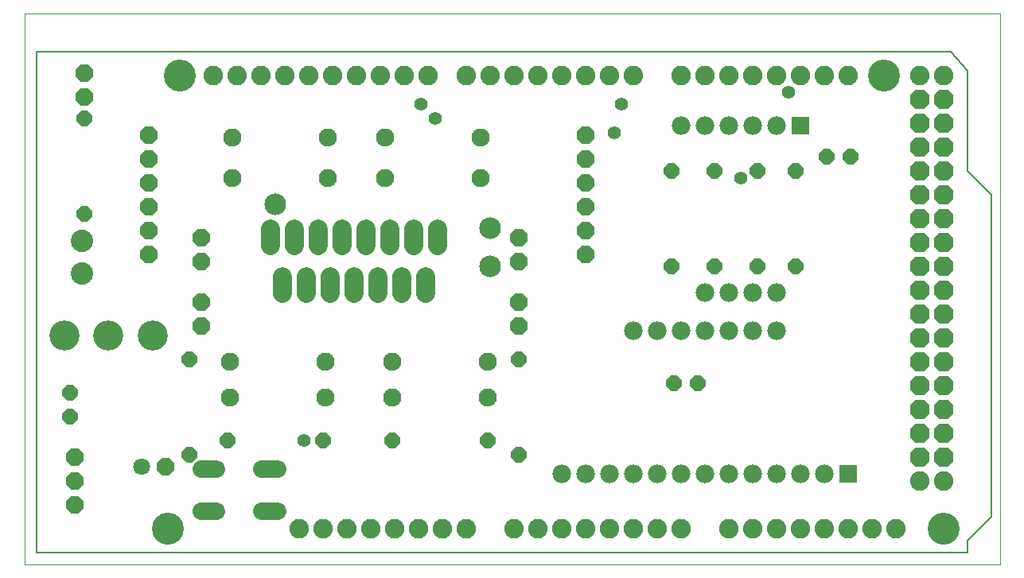
<source format=gts>
G75*
%MOIN*%
%OFA0B0*%
%FSLAX25Y25*%
%IPPOS*%
%LPD*%
%AMOC8*
5,1,8,0,0,1.08239X$1,22.5*
%
%ADD10C,0.00000*%
%ADD11C,0.09400*%
%ADD12C,0.07100*%
%ADD13OC8,0.07100*%
%ADD14OC8,0.06400*%
%ADD15C,0.07600*%
%ADD16C,0.07924*%
%ADD17OC8,0.07400*%
%ADD18R,0.07200X0.07200*%
%ADD19C,0.07800*%
%ADD20C,0.00800*%
%ADD21C,0.08200*%
%ADD22OC8,0.08200*%
%ADD23C,0.13398*%
%ADD24C,0.07200*%
%ADD25R,0.07800X0.07800*%
%ADD26OC8,0.07200*%
%ADD27C,0.12611*%
%ADD28C,0.05556*%
%ADD29C,0.09068*%
D10*
X0001000Y0001310D02*
X0001000Y0232271D01*
X0409701Y0232271D01*
X0409701Y0001310D01*
X0001000Y0001310D01*
X0054701Y0016310D02*
X0054703Y0016468D01*
X0054709Y0016626D01*
X0054719Y0016784D01*
X0054733Y0016942D01*
X0054751Y0017099D01*
X0054772Y0017256D01*
X0054798Y0017412D01*
X0054828Y0017568D01*
X0054861Y0017723D01*
X0054899Y0017876D01*
X0054940Y0018029D01*
X0054985Y0018181D01*
X0055034Y0018332D01*
X0055087Y0018481D01*
X0055143Y0018629D01*
X0055203Y0018775D01*
X0055267Y0018920D01*
X0055335Y0019063D01*
X0055406Y0019205D01*
X0055480Y0019345D01*
X0055558Y0019482D01*
X0055640Y0019618D01*
X0055724Y0019752D01*
X0055813Y0019883D01*
X0055904Y0020012D01*
X0055999Y0020139D01*
X0056096Y0020264D01*
X0056197Y0020386D01*
X0056301Y0020505D01*
X0056408Y0020622D01*
X0056518Y0020736D01*
X0056631Y0020847D01*
X0056746Y0020956D01*
X0056864Y0021061D01*
X0056985Y0021163D01*
X0057108Y0021263D01*
X0057234Y0021359D01*
X0057362Y0021452D01*
X0057492Y0021542D01*
X0057625Y0021628D01*
X0057760Y0021712D01*
X0057896Y0021791D01*
X0058035Y0021868D01*
X0058176Y0021940D01*
X0058318Y0022010D01*
X0058462Y0022075D01*
X0058608Y0022137D01*
X0058755Y0022195D01*
X0058904Y0022250D01*
X0059054Y0022301D01*
X0059205Y0022348D01*
X0059357Y0022391D01*
X0059510Y0022430D01*
X0059665Y0022466D01*
X0059820Y0022497D01*
X0059976Y0022525D01*
X0060132Y0022549D01*
X0060289Y0022569D01*
X0060447Y0022585D01*
X0060604Y0022597D01*
X0060763Y0022605D01*
X0060921Y0022609D01*
X0061079Y0022609D01*
X0061237Y0022605D01*
X0061396Y0022597D01*
X0061553Y0022585D01*
X0061711Y0022569D01*
X0061868Y0022549D01*
X0062024Y0022525D01*
X0062180Y0022497D01*
X0062335Y0022466D01*
X0062490Y0022430D01*
X0062643Y0022391D01*
X0062795Y0022348D01*
X0062946Y0022301D01*
X0063096Y0022250D01*
X0063245Y0022195D01*
X0063392Y0022137D01*
X0063538Y0022075D01*
X0063682Y0022010D01*
X0063824Y0021940D01*
X0063965Y0021868D01*
X0064104Y0021791D01*
X0064240Y0021712D01*
X0064375Y0021628D01*
X0064508Y0021542D01*
X0064638Y0021452D01*
X0064766Y0021359D01*
X0064892Y0021263D01*
X0065015Y0021163D01*
X0065136Y0021061D01*
X0065254Y0020956D01*
X0065369Y0020847D01*
X0065482Y0020736D01*
X0065592Y0020622D01*
X0065699Y0020505D01*
X0065803Y0020386D01*
X0065904Y0020264D01*
X0066001Y0020139D01*
X0066096Y0020012D01*
X0066187Y0019883D01*
X0066276Y0019752D01*
X0066360Y0019618D01*
X0066442Y0019482D01*
X0066520Y0019345D01*
X0066594Y0019205D01*
X0066665Y0019063D01*
X0066733Y0018920D01*
X0066797Y0018775D01*
X0066857Y0018629D01*
X0066913Y0018481D01*
X0066966Y0018332D01*
X0067015Y0018181D01*
X0067060Y0018029D01*
X0067101Y0017876D01*
X0067139Y0017723D01*
X0067172Y0017568D01*
X0067202Y0017412D01*
X0067228Y0017256D01*
X0067249Y0017099D01*
X0067267Y0016942D01*
X0067281Y0016784D01*
X0067291Y0016626D01*
X0067297Y0016468D01*
X0067299Y0016310D01*
X0067297Y0016152D01*
X0067291Y0015994D01*
X0067281Y0015836D01*
X0067267Y0015678D01*
X0067249Y0015521D01*
X0067228Y0015364D01*
X0067202Y0015208D01*
X0067172Y0015052D01*
X0067139Y0014897D01*
X0067101Y0014744D01*
X0067060Y0014591D01*
X0067015Y0014439D01*
X0066966Y0014288D01*
X0066913Y0014139D01*
X0066857Y0013991D01*
X0066797Y0013845D01*
X0066733Y0013700D01*
X0066665Y0013557D01*
X0066594Y0013415D01*
X0066520Y0013275D01*
X0066442Y0013138D01*
X0066360Y0013002D01*
X0066276Y0012868D01*
X0066187Y0012737D01*
X0066096Y0012608D01*
X0066001Y0012481D01*
X0065904Y0012356D01*
X0065803Y0012234D01*
X0065699Y0012115D01*
X0065592Y0011998D01*
X0065482Y0011884D01*
X0065369Y0011773D01*
X0065254Y0011664D01*
X0065136Y0011559D01*
X0065015Y0011457D01*
X0064892Y0011357D01*
X0064766Y0011261D01*
X0064638Y0011168D01*
X0064508Y0011078D01*
X0064375Y0010992D01*
X0064240Y0010908D01*
X0064104Y0010829D01*
X0063965Y0010752D01*
X0063824Y0010680D01*
X0063682Y0010610D01*
X0063538Y0010545D01*
X0063392Y0010483D01*
X0063245Y0010425D01*
X0063096Y0010370D01*
X0062946Y0010319D01*
X0062795Y0010272D01*
X0062643Y0010229D01*
X0062490Y0010190D01*
X0062335Y0010154D01*
X0062180Y0010123D01*
X0062024Y0010095D01*
X0061868Y0010071D01*
X0061711Y0010051D01*
X0061553Y0010035D01*
X0061396Y0010023D01*
X0061237Y0010015D01*
X0061079Y0010011D01*
X0060921Y0010011D01*
X0060763Y0010015D01*
X0060604Y0010023D01*
X0060447Y0010035D01*
X0060289Y0010051D01*
X0060132Y0010071D01*
X0059976Y0010095D01*
X0059820Y0010123D01*
X0059665Y0010154D01*
X0059510Y0010190D01*
X0059357Y0010229D01*
X0059205Y0010272D01*
X0059054Y0010319D01*
X0058904Y0010370D01*
X0058755Y0010425D01*
X0058608Y0010483D01*
X0058462Y0010545D01*
X0058318Y0010610D01*
X0058176Y0010680D01*
X0058035Y0010752D01*
X0057896Y0010829D01*
X0057760Y0010908D01*
X0057625Y0010992D01*
X0057492Y0011078D01*
X0057362Y0011168D01*
X0057234Y0011261D01*
X0057108Y0011357D01*
X0056985Y0011457D01*
X0056864Y0011559D01*
X0056746Y0011664D01*
X0056631Y0011773D01*
X0056518Y0011884D01*
X0056408Y0011998D01*
X0056301Y0012115D01*
X0056197Y0012234D01*
X0056096Y0012356D01*
X0055999Y0012481D01*
X0055904Y0012608D01*
X0055813Y0012737D01*
X0055724Y0012868D01*
X0055640Y0013002D01*
X0055558Y0013138D01*
X0055480Y0013275D01*
X0055406Y0013415D01*
X0055335Y0013557D01*
X0055267Y0013700D01*
X0055203Y0013845D01*
X0055143Y0013991D01*
X0055087Y0014139D01*
X0055034Y0014288D01*
X0054985Y0014439D01*
X0054940Y0014591D01*
X0054899Y0014744D01*
X0054861Y0014897D01*
X0054828Y0015052D01*
X0054798Y0015208D01*
X0054772Y0015364D01*
X0054751Y0015521D01*
X0054733Y0015678D01*
X0054719Y0015836D01*
X0054709Y0015994D01*
X0054703Y0016152D01*
X0054701Y0016310D01*
X0379701Y0016310D02*
X0379703Y0016468D01*
X0379709Y0016626D01*
X0379719Y0016784D01*
X0379733Y0016942D01*
X0379751Y0017099D01*
X0379772Y0017256D01*
X0379798Y0017412D01*
X0379828Y0017568D01*
X0379861Y0017723D01*
X0379899Y0017876D01*
X0379940Y0018029D01*
X0379985Y0018181D01*
X0380034Y0018332D01*
X0380087Y0018481D01*
X0380143Y0018629D01*
X0380203Y0018775D01*
X0380267Y0018920D01*
X0380335Y0019063D01*
X0380406Y0019205D01*
X0380480Y0019345D01*
X0380558Y0019482D01*
X0380640Y0019618D01*
X0380724Y0019752D01*
X0380813Y0019883D01*
X0380904Y0020012D01*
X0380999Y0020139D01*
X0381096Y0020264D01*
X0381197Y0020386D01*
X0381301Y0020505D01*
X0381408Y0020622D01*
X0381518Y0020736D01*
X0381631Y0020847D01*
X0381746Y0020956D01*
X0381864Y0021061D01*
X0381985Y0021163D01*
X0382108Y0021263D01*
X0382234Y0021359D01*
X0382362Y0021452D01*
X0382492Y0021542D01*
X0382625Y0021628D01*
X0382760Y0021712D01*
X0382896Y0021791D01*
X0383035Y0021868D01*
X0383176Y0021940D01*
X0383318Y0022010D01*
X0383462Y0022075D01*
X0383608Y0022137D01*
X0383755Y0022195D01*
X0383904Y0022250D01*
X0384054Y0022301D01*
X0384205Y0022348D01*
X0384357Y0022391D01*
X0384510Y0022430D01*
X0384665Y0022466D01*
X0384820Y0022497D01*
X0384976Y0022525D01*
X0385132Y0022549D01*
X0385289Y0022569D01*
X0385447Y0022585D01*
X0385604Y0022597D01*
X0385763Y0022605D01*
X0385921Y0022609D01*
X0386079Y0022609D01*
X0386237Y0022605D01*
X0386396Y0022597D01*
X0386553Y0022585D01*
X0386711Y0022569D01*
X0386868Y0022549D01*
X0387024Y0022525D01*
X0387180Y0022497D01*
X0387335Y0022466D01*
X0387490Y0022430D01*
X0387643Y0022391D01*
X0387795Y0022348D01*
X0387946Y0022301D01*
X0388096Y0022250D01*
X0388245Y0022195D01*
X0388392Y0022137D01*
X0388538Y0022075D01*
X0388682Y0022010D01*
X0388824Y0021940D01*
X0388965Y0021868D01*
X0389104Y0021791D01*
X0389240Y0021712D01*
X0389375Y0021628D01*
X0389508Y0021542D01*
X0389638Y0021452D01*
X0389766Y0021359D01*
X0389892Y0021263D01*
X0390015Y0021163D01*
X0390136Y0021061D01*
X0390254Y0020956D01*
X0390369Y0020847D01*
X0390482Y0020736D01*
X0390592Y0020622D01*
X0390699Y0020505D01*
X0390803Y0020386D01*
X0390904Y0020264D01*
X0391001Y0020139D01*
X0391096Y0020012D01*
X0391187Y0019883D01*
X0391276Y0019752D01*
X0391360Y0019618D01*
X0391442Y0019482D01*
X0391520Y0019345D01*
X0391594Y0019205D01*
X0391665Y0019063D01*
X0391733Y0018920D01*
X0391797Y0018775D01*
X0391857Y0018629D01*
X0391913Y0018481D01*
X0391966Y0018332D01*
X0392015Y0018181D01*
X0392060Y0018029D01*
X0392101Y0017876D01*
X0392139Y0017723D01*
X0392172Y0017568D01*
X0392202Y0017412D01*
X0392228Y0017256D01*
X0392249Y0017099D01*
X0392267Y0016942D01*
X0392281Y0016784D01*
X0392291Y0016626D01*
X0392297Y0016468D01*
X0392299Y0016310D01*
X0392297Y0016152D01*
X0392291Y0015994D01*
X0392281Y0015836D01*
X0392267Y0015678D01*
X0392249Y0015521D01*
X0392228Y0015364D01*
X0392202Y0015208D01*
X0392172Y0015052D01*
X0392139Y0014897D01*
X0392101Y0014744D01*
X0392060Y0014591D01*
X0392015Y0014439D01*
X0391966Y0014288D01*
X0391913Y0014139D01*
X0391857Y0013991D01*
X0391797Y0013845D01*
X0391733Y0013700D01*
X0391665Y0013557D01*
X0391594Y0013415D01*
X0391520Y0013275D01*
X0391442Y0013138D01*
X0391360Y0013002D01*
X0391276Y0012868D01*
X0391187Y0012737D01*
X0391096Y0012608D01*
X0391001Y0012481D01*
X0390904Y0012356D01*
X0390803Y0012234D01*
X0390699Y0012115D01*
X0390592Y0011998D01*
X0390482Y0011884D01*
X0390369Y0011773D01*
X0390254Y0011664D01*
X0390136Y0011559D01*
X0390015Y0011457D01*
X0389892Y0011357D01*
X0389766Y0011261D01*
X0389638Y0011168D01*
X0389508Y0011078D01*
X0389375Y0010992D01*
X0389240Y0010908D01*
X0389104Y0010829D01*
X0388965Y0010752D01*
X0388824Y0010680D01*
X0388682Y0010610D01*
X0388538Y0010545D01*
X0388392Y0010483D01*
X0388245Y0010425D01*
X0388096Y0010370D01*
X0387946Y0010319D01*
X0387795Y0010272D01*
X0387643Y0010229D01*
X0387490Y0010190D01*
X0387335Y0010154D01*
X0387180Y0010123D01*
X0387024Y0010095D01*
X0386868Y0010071D01*
X0386711Y0010051D01*
X0386553Y0010035D01*
X0386396Y0010023D01*
X0386237Y0010015D01*
X0386079Y0010011D01*
X0385921Y0010011D01*
X0385763Y0010015D01*
X0385604Y0010023D01*
X0385447Y0010035D01*
X0385289Y0010051D01*
X0385132Y0010071D01*
X0384976Y0010095D01*
X0384820Y0010123D01*
X0384665Y0010154D01*
X0384510Y0010190D01*
X0384357Y0010229D01*
X0384205Y0010272D01*
X0384054Y0010319D01*
X0383904Y0010370D01*
X0383755Y0010425D01*
X0383608Y0010483D01*
X0383462Y0010545D01*
X0383318Y0010610D01*
X0383176Y0010680D01*
X0383035Y0010752D01*
X0382896Y0010829D01*
X0382760Y0010908D01*
X0382625Y0010992D01*
X0382492Y0011078D01*
X0382362Y0011168D01*
X0382234Y0011261D01*
X0382108Y0011357D01*
X0381985Y0011457D01*
X0381864Y0011559D01*
X0381746Y0011664D01*
X0381631Y0011773D01*
X0381518Y0011884D01*
X0381408Y0011998D01*
X0381301Y0012115D01*
X0381197Y0012234D01*
X0381096Y0012356D01*
X0380999Y0012481D01*
X0380904Y0012608D01*
X0380813Y0012737D01*
X0380724Y0012868D01*
X0380640Y0013002D01*
X0380558Y0013138D01*
X0380480Y0013275D01*
X0380406Y0013415D01*
X0380335Y0013557D01*
X0380267Y0013700D01*
X0380203Y0013845D01*
X0380143Y0013991D01*
X0380087Y0014139D01*
X0380034Y0014288D01*
X0379985Y0014439D01*
X0379940Y0014591D01*
X0379899Y0014744D01*
X0379861Y0014897D01*
X0379828Y0015052D01*
X0379798Y0015208D01*
X0379772Y0015364D01*
X0379751Y0015521D01*
X0379733Y0015678D01*
X0379719Y0015836D01*
X0379709Y0015994D01*
X0379703Y0016152D01*
X0379701Y0016310D01*
X0354701Y0206310D02*
X0354703Y0206468D01*
X0354709Y0206626D01*
X0354719Y0206784D01*
X0354733Y0206942D01*
X0354751Y0207099D01*
X0354772Y0207256D01*
X0354798Y0207412D01*
X0354828Y0207568D01*
X0354861Y0207723D01*
X0354899Y0207876D01*
X0354940Y0208029D01*
X0354985Y0208181D01*
X0355034Y0208332D01*
X0355087Y0208481D01*
X0355143Y0208629D01*
X0355203Y0208775D01*
X0355267Y0208920D01*
X0355335Y0209063D01*
X0355406Y0209205D01*
X0355480Y0209345D01*
X0355558Y0209482D01*
X0355640Y0209618D01*
X0355724Y0209752D01*
X0355813Y0209883D01*
X0355904Y0210012D01*
X0355999Y0210139D01*
X0356096Y0210264D01*
X0356197Y0210386D01*
X0356301Y0210505D01*
X0356408Y0210622D01*
X0356518Y0210736D01*
X0356631Y0210847D01*
X0356746Y0210956D01*
X0356864Y0211061D01*
X0356985Y0211163D01*
X0357108Y0211263D01*
X0357234Y0211359D01*
X0357362Y0211452D01*
X0357492Y0211542D01*
X0357625Y0211628D01*
X0357760Y0211712D01*
X0357896Y0211791D01*
X0358035Y0211868D01*
X0358176Y0211940D01*
X0358318Y0212010D01*
X0358462Y0212075D01*
X0358608Y0212137D01*
X0358755Y0212195D01*
X0358904Y0212250D01*
X0359054Y0212301D01*
X0359205Y0212348D01*
X0359357Y0212391D01*
X0359510Y0212430D01*
X0359665Y0212466D01*
X0359820Y0212497D01*
X0359976Y0212525D01*
X0360132Y0212549D01*
X0360289Y0212569D01*
X0360447Y0212585D01*
X0360604Y0212597D01*
X0360763Y0212605D01*
X0360921Y0212609D01*
X0361079Y0212609D01*
X0361237Y0212605D01*
X0361396Y0212597D01*
X0361553Y0212585D01*
X0361711Y0212569D01*
X0361868Y0212549D01*
X0362024Y0212525D01*
X0362180Y0212497D01*
X0362335Y0212466D01*
X0362490Y0212430D01*
X0362643Y0212391D01*
X0362795Y0212348D01*
X0362946Y0212301D01*
X0363096Y0212250D01*
X0363245Y0212195D01*
X0363392Y0212137D01*
X0363538Y0212075D01*
X0363682Y0212010D01*
X0363824Y0211940D01*
X0363965Y0211868D01*
X0364104Y0211791D01*
X0364240Y0211712D01*
X0364375Y0211628D01*
X0364508Y0211542D01*
X0364638Y0211452D01*
X0364766Y0211359D01*
X0364892Y0211263D01*
X0365015Y0211163D01*
X0365136Y0211061D01*
X0365254Y0210956D01*
X0365369Y0210847D01*
X0365482Y0210736D01*
X0365592Y0210622D01*
X0365699Y0210505D01*
X0365803Y0210386D01*
X0365904Y0210264D01*
X0366001Y0210139D01*
X0366096Y0210012D01*
X0366187Y0209883D01*
X0366276Y0209752D01*
X0366360Y0209618D01*
X0366442Y0209482D01*
X0366520Y0209345D01*
X0366594Y0209205D01*
X0366665Y0209063D01*
X0366733Y0208920D01*
X0366797Y0208775D01*
X0366857Y0208629D01*
X0366913Y0208481D01*
X0366966Y0208332D01*
X0367015Y0208181D01*
X0367060Y0208029D01*
X0367101Y0207876D01*
X0367139Y0207723D01*
X0367172Y0207568D01*
X0367202Y0207412D01*
X0367228Y0207256D01*
X0367249Y0207099D01*
X0367267Y0206942D01*
X0367281Y0206784D01*
X0367291Y0206626D01*
X0367297Y0206468D01*
X0367299Y0206310D01*
X0367297Y0206152D01*
X0367291Y0205994D01*
X0367281Y0205836D01*
X0367267Y0205678D01*
X0367249Y0205521D01*
X0367228Y0205364D01*
X0367202Y0205208D01*
X0367172Y0205052D01*
X0367139Y0204897D01*
X0367101Y0204744D01*
X0367060Y0204591D01*
X0367015Y0204439D01*
X0366966Y0204288D01*
X0366913Y0204139D01*
X0366857Y0203991D01*
X0366797Y0203845D01*
X0366733Y0203700D01*
X0366665Y0203557D01*
X0366594Y0203415D01*
X0366520Y0203275D01*
X0366442Y0203138D01*
X0366360Y0203002D01*
X0366276Y0202868D01*
X0366187Y0202737D01*
X0366096Y0202608D01*
X0366001Y0202481D01*
X0365904Y0202356D01*
X0365803Y0202234D01*
X0365699Y0202115D01*
X0365592Y0201998D01*
X0365482Y0201884D01*
X0365369Y0201773D01*
X0365254Y0201664D01*
X0365136Y0201559D01*
X0365015Y0201457D01*
X0364892Y0201357D01*
X0364766Y0201261D01*
X0364638Y0201168D01*
X0364508Y0201078D01*
X0364375Y0200992D01*
X0364240Y0200908D01*
X0364104Y0200829D01*
X0363965Y0200752D01*
X0363824Y0200680D01*
X0363682Y0200610D01*
X0363538Y0200545D01*
X0363392Y0200483D01*
X0363245Y0200425D01*
X0363096Y0200370D01*
X0362946Y0200319D01*
X0362795Y0200272D01*
X0362643Y0200229D01*
X0362490Y0200190D01*
X0362335Y0200154D01*
X0362180Y0200123D01*
X0362024Y0200095D01*
X0361868Y0200071D01*
X0361711Y0200051D01*
X0361553Y0200035D01*
X0361396Y0200023D01*
X0361237Y0200015D01*
X0361079Y0200011D01*
X0360921Y0200011D01*
X0360763Y0200015D01*
X0360604Y0200023D01*
X0360447Y0200035D01*
X0360289Y0200051D01*
X0360132Y0200071D01*
X0359976Y0200095D01*
X0359820Y0200123D01*
X0359665Y0200154D01*
X0359510Y0200190D01*
X0359357Y0200229D01*
X0359205Y0200272D01*
X0359054Y0200319D01*
X0358904Y0200370D01*
X0358755Y0200425D01*
X0358608Y0200483D01*
X0358462Y0200545D01*
X0358318Y0200610D01*
X0358176Y0200680D01*
X0358035Y0200752D01*
X0357896Y0200829D01*
X0357760Y0200908D01*
X0357625Y0200992D01*
X0357492Y0201078D01*
X0357362Y0201168D01*
X0357234Y0201261D01*
X0357108Y0201357D01*
X0356985Y0201457D01*
X0356864Y0201559D01*
X0356746Y0201664D01*
X0356631Y0201773D01*
X0356518Y0201884D01*
X0356408Y0201998D01*
X0356301Y0202115D01*
X0356197Y0202234D01*
X0356096Y0202356D01*
X0355999Y0202481D01*
X0355904Y0202608D01*
X0355813Y0202737D01*
X0355724Y0202868D01*
X0355640Y0203002D01*
X0355558Y0203138D01*
X0355480Y0203275D01*
X0355406Y0203415D01*
X0355335Y0203557D01*
X0355267Y0203700D01*
X0355203Y0203845D01*
X0355143Y0203991D01*
X0355087Y0204139D01*
X0355034Y0204288D01*
X0354985Y0204439D01*
X0354940Y0204591D01*
X0354899Y0204744D01*
X0354861Y0204897D01*
X0354828Y0205052D01*
X0354798Y0205208D01*
X0354772Y0205364D01*
X0354751Y0205521D01*
X0354733Y0205678D01*
X0354719Y0205836D01*
X0354709Y0205994D01*
X0354703Y0206152D01*
X0354701Y0206310D01*
X0059701Y0206310D02*
X0059703Y0206468D01*
X0059709Y0206626D01*
X0059719Y0206784D01*
X0059733Y0206942D01*
X0059751Y0207099D01*
X0059772Y0207256D01*
X0059798Y0207412D01*
X0059828Y0207568D01*
X0059861Y0207723D01*
X0059899Y0207876D01*
X0059940Y0208029D01*
X0059985Y0208181D01*
X0060034Y0208332D01*
X0060087Y0208481D01*
X0060143Y0208629D01*
X0060203Y0208775D01*
X0060267Y0208920D01*
X0060335Y0209063D01*
X0060406Y0209205D01*
X0060480Y0209345D01*
X0060558Y0209482D01*
X0060640Y0209618D01*
X0060724Y0209752D01*
X0060813Y0209883D01*
X0060904Y0210012D01*
X0060999Y0210139D01*
X0061096Y0210264D01*
X0061197Y0210386D01*
X0061301Y0210505D01*
X0061408Y0210622D01*
X0061518Y0210736D01*
X0061631Y0210847D01*
X0061746Y0210956D01*
X0061864Y0211061D01*
X0061985Y0211163D01*
X0062108Y0211263D01*
X0062234Y0211359D01*
X0062362Y0211452D01*
X0062492Y0211542D01*
X0062625Y0211628D01*
X0062760Y0211712D01*
X0062896Y0211791D01*
X0063035Y0211868D01*
X0063176Y0211940D01*
X0063318Y0212010D01*
X0063462Y0212075D01*
X0063608Y0212137D01*
X0063755Y0212195D01*
X0063904Y0212250D01*
X0064054Y0212301D01*
X0064205Y0212348D01*
X0064357Y0212391D01*
X0064510Y0212430D01*
X0064665Y0212466D01*
X0064820Y0212497D01*
X0064976Y0212525D01*
X0065132Y0212549D01*
X0065289Y0212569D01*
X0065447Y0212585D01*
X0065604Y0212597D01*
X0065763Y0212605D01*
X0065921Y0212609D01*
X0066079Y0212609D01*
X0066237Y0212605D01*
X0066396Y0212597D01*
X0066553Y0212585D01*
X0066711Y0212569D01*
X0066868Y0212549D01*
X0067024Y0212525D01*
X0067180Y0212497D01*
X0067335Y0212466D01*
X0067490Y0212430D01*
X0067643Y0212391D01*
X0067795Y0212348D01*
X0067946Y0212301D01*
X0068096Y0212250D01*
X0068245Y0212195D01*
X0068392Y0212137D01*
X0068538Y0212075D01*
X0068682Y0212010D01*
X0068824Y0211940D01*
X0068965Y0211868D01*
X0069104Y0211791D01*
X0069240Y0211712D01*
X0069375Y0211628D01*
X0069508Y0211542D01*
X0069638Y0211452D01*
X0069766Y0211359D01*
X0069892Y0211263D01*
X0070015Y0211163D01*
X0070136Y0211061D01*
X0070254Y0210956D01*
X0070369Y0210847D01*
X0070482Y0210736D01*
X0070592Y0210622D01*
X0070699Y0210505D01*
X0070803Y0210386D01*
X0070904Y0210264D01*
X0071001Y0210139D01*
X0071096Y0210012D01*
X0071187Y0209883D01*
X0071276Y0209752D01*
X0071360Y0209618D01*
X0071442Y0209482D01*
X0071520Y0209345D01*
X0071594Y0209205D01*
X0071665Y0209063D01*
X0071733Y0208920D01*
X0071797Y0208775D01*
X0071857Y0208629D01*
X0071913Y0208481D01*
X0071966Y0208332D01*
X0072015Y0208181D01*
X0072060Y0208029D01*
X0072101Y0207876D01*
X0072139Y0207723D01*
X0072172Y0207568D01*
X0072202Y0207412D01*
X0072228Y0207256D01*
X0072249Y0207099D01*
X0072267Y0206942D01*
X0072281Y0206784D01*
X0072291Y0206626D01*
X0072297Y0206468D01*
X0072299Y0206310D01*
X0072297Y0206152D01*
X0072291Y0205994D01*
X0072281Y0205836D01*
X0072267Y0205678D01*
X0072249Y0205521D01*
X0072228Y0205364D01*
X0072202Y0205208D01*
X0072172Y0205052D01*
X0072139Y0204897D01*
X0072101Y0204744D01*
X0072060Y0204591D01*
X0072015Y0204439D01*
X0071966Y0204288D01*
X0071913Y0204139D01*
X0071857Y0203991D01*
X0071797Y0203845D01*
X0071733Y0203700D01*
X0071665Y0203557D01*
X0071594Y0203415D01*
X0071520Y0203275D01*
X0071442Y0203138D01*
X0071360Y0203002D01*
X0071276Y0202868D01*
X0071187Y0202737D01*
X0071096Y0202608D01*
X0071001Y0202481D01*
X0070904Y0202356D01*
X0070803Y0202234D01*
X0070699Y0202115D01*
X0070592Y0201998D01*
X0070482Y0201884D01*
X0070369Y0201773D01*
X0070254Y0201664D01*
X0070136Y0201559D01*
X0070015Y0201457D01*
X0069892Y0201357D01*
X0069766Y0201261D01*
X0069638Y0201168D01*
X0069508Y0201078D01*
X0069375Y0200992D01*
X0069240Y0200908D01*
X0069104Y0200829D01*
X0068965Y0200752D01*
X0068824Y0200680D01*
X0068682Y0200610D01*
X0068538Y0200545D01*
X0068392Y0200483D01*
X0068245Y0200425D01*
X0068096Y0200370D01*
X0067946Y0200319D01*
X0067795Y0200272D01*
X0067643Y0200229D01*
X0067490Y0200190D01*
X0067335Y0200154D01*
X0067180Y0200123D01*
X0067024Y0200095D01*
X0066868Y0200071D01*
X0066711Y0200051D01*
X0066553Y0200035D01*
X0066396Y0200023D01*
X0066237Y0200015D01*
X0066079Y0200011D01*
X0065921Y0200011D01*
X0065763Y0200015D01*
X0065604Y0200023D01*
X0065447Y0200035D01*
X0065289Y0200051D01*
X0065132Y0200071D01*
X0064976Y0200095D01*
X0064820Y0200123D01*
X0064665Y0200154D01*
X0064510Y0200190D01*
X0064357Y0200229D01*
X0064205Y0200272D01*
X0064054Y0200319D01*
X0063904Y0200370D01*
X0063755Y0200425D01*
X0063608Y0200483D01*
X0063462Y0200545D01*
X0063318Y0200610D01*
X0063176Y0200680D01*
X0063035Y0200752D01*
X0062896Y0200829D01*
X0062760Y0200908D01*
X0062625Y0200992D01*
X0062492Y0201078D01*
X0062362Y0201168D01*
X0062234Y0201261D01*
X0062108Y0201357D01*
X0061985Y0201457D01*
X0061864Y0201559D01*
X0061746Y0201664D01*
X0061631Y0201773D01*
X0061518Y0201884D01*
X0061408Y0201998D01*
X0061301Y0202115D01*
X0061197Y0202234D01*
X0061096Y0202356D01*
X0060999Y0202481D01*
X0060904Y0202608D01*
X0060813Y0202737D01*
X0060724Y0202868D01*
X0060640Y0203002D01*
X0060558Y0203138D01*
X0060480Y0203275D01*
X0060406Y0203415D01*
X0060335Y0203557D01*
X0060267Y0203700D01*
X0060203Y0203845D01*
X0060143Y0203991D01*
X0060087Y0204139D01*
X0060034Y0204288D01*
X0059985Y0204439D01*
X0059940Y0204591D01*
X0059899Y0204744D01*
X0059861Y0204897D01*
X0059828Y0205052D01*
X0059798Y0205208D01*
X0059772Y0205364D01*
X0059751Y0205521D01*
X0059733Y0205678D01*
X0059719Y0205836D01*
X0059709Y0205994D01*
X0059703Y0206152D01*
X0059701Y0206310D01*
D11*
X0025000Y0137003D03*
X0025000Y0123223D03*
D12*
X0050000Y0042310D03*
D13*
X0060000Y0042310D03*
D14*
X0070000Y0047310D03*
X0086000Y0053310D03*
X0126000Y0053310D03*
X0155000Y0053310D03*
X0195000Y0053310D03*
X0208000Y0047310D03*
X0273000Y0077310D03*
X0283000Y0077310D03*
X0208000Y0087310D03*
X0272000Y0126310D03*
X0290000Y0126310D03*
X0308000Y0126310D03*
X0324000Y0126310D03*
X0324000Y0166310D03*
X0337000Y0172310D03*
X0347000Y0172310D03*
X0308000Y0166310D03*
X0290000Y0166310D03*
X0272000Y0166310D03*
X0070000Y0087310D03*
X0020000Y0073310D03*
X0020000Y0063310D03*
X0026000Y0148310D03*
X0026000Y0188310D03*
D15*
X0088000Y0180310D03*
X0088000Y0163310D03*
X0128000Y0163310D03*
X0152000Y0163310D03*
X0152000Y0180310D03*
X0128000Y0180310D03*
X0192000Y0180310D03*
X0192000Y0163310D03*
X0195000Y0086310D03*
X0195000Y0071310D03*
X0155000Y0071310D03*
X0155000Y0086310D03*
X0127000Y0086310D03*
X0127000Y0071310D03*
X0087000Y0071310D03*
X0087000Y0086310D03*
D16*
X0109000Y0114748D02*
X0109000Y0121872D01*
X0119000Y0121872D02*
X0119000Y0114748D01*
X0129000Y0114748D02*
X0129000Y0121872D01*
X0139000Y0121872D02*
X0139000Y0114748D01*
X0149000Y0114748D02*
X0149000Y0121872D01*
X0159000Y0121872D02*
X0159000Y0114748D01*
X0169000Y0114748D02*
X0169000Y0121872D01*
X0164000Y0134748D02*
X0164000Y0141872D01*
X0154000Y0141872D02*
X0154000Y0134748D01*
X0144000Y0134748D02*
X0144000Y0141872D01*
X0134000Y0141872D02*
X0134000Y0134748D01*
X0124000Y0134748D02*
X0124000Y0141872D01*
X0114000Y0141872D02*
X0114000Y0134748D01*
X0104000Y0134748D02*
X0104000Y0141872D01*
X0174000Y0141872D02*
X0174000Y0134748D01*
D17*
X0208000Y0138310D03*
X0208000Y0128310D03*
X0208000Y0111310D03*
X0208000Y0101310D03*
X0075000Y0101310D03*
X0075000Y0111310D03*
X0075000Y0128310D03*
X0075000Y0138310D03*
X0026000Y0197310D03*
X0026000Y0207310D03*
X0022000Y0046310D03*
X0022000Y0036310D03*
X0022000Y0026310D03*
D18*
X0326000Y0185310D03*
D19*
X0316000Y0185310D03*
X0306000Y0185310D03*
X0296000Y0185310D03*
X0286000Y0185310D03*
X0276000Y0185310D03*
X0286000Y0115310D03*
X0296000Y0115310D03*
X0306000Y0115310D03*
X0316000Y0115310D03*
X0316000Y0099310D03*
X0306000Y0099310D03*
X0296000Y0099310D03*
X0286000Y0099310D03*
X0276000Y0099310D03*
X0266000Y0099310D03*
X0256000Y0099310D03*
X0256000Y0039310D03*
X0266000Y0039310D03*
X0276000Y0039310D03*
X0286000Y0039310D03*
X0296000Y0039310D03*
X0306000Y0039310D03*
X0316000Y0039310D03*
X0326000Y0039310D03*
X0336000Y0039310D03*
X0246000Y0039310D03*
X0236000Y0039310D03*
X0226000Y0039310D03*
D20*
X0396000Y0011310D02*
X0396000Y0006310D01*
X0006000Y0006310D01*
X0006000Y0216310D01*
X0389000Y0216310D01*
X0396000Y0208310D01*
X0396000Y0166310D01*
X0406000Y0156310D01*
X0406000Y0021310D01*
X0396000Y0011310D01*
D21*
X0366000Y0016310D03*
X0356000Y0016310D03*
X0346000Y0016310D03*
X0336000Y0016310D03*
X0326000Y0016310D03*
X0316000Y0016310D03*
X0306000Y0016310D03*
X0296000Y0016310D03*
X0276000Y0016310D03*
X0266000Y0016310D03*
X0256000Y0016310D03*
X0246000Y0016310D03*
X0236000Y0016310D03*
X0226000Y0016310D03*
X0216000Y0016310D03*
X0206000Y0016310D03*
X0186000Y0016310D03*
X0176000Y0016310D03*
X0166000Y0016310D03*
X0156000Y0016310D03*
X0146000Y0016310D03*
X0136000Y0016310D03*
X0126000Y0016310D03*
X0116000Y0016310D03*
X0376000Y0036310D03*
X0386000Y0036310D03*
X0386000Y0206310D03*
X0376000Y0206310D03*
X0346000Y0206310D03*
X0336000Y0206310D03*
X0326000Y0206310D03*
X0316000Y0206310D03*
X0306000Y0206310D03*
X0296000Y0206310D03*
X0286000Y0206310D03*
X0276000Y0206310D03*
X0256000Y0206310D03*
X0246000Y0206310D03*
X0236000Y0206310D03*
X0226000Y0206310D03*
X0216000Y0206310D03*
X0206000Y0206310D03*
X0196000Y0206310D03*
X0186000Y0206310D03*
X0170000Y0206310D03*
X0160000Y0206310D03*
X0150000Y0206310D03*
X0140000Y0206310D03*
X0130000Y0206310D03*
X0120000Y0206310D03*
X0110000Y0206310D03*
X0100000Y0206310D03*
X0090000Y0206310D03*
X0080000Y0206310D03*
D22*
X0376000Y0196310D03*
X0386000Y0196310D03*
X0386000Y0186310D03*
X0376000Y0186310D03*
X0376000Y0176310D03*
X0386000Y0176310D03*
X0386000Y0166310D03*
X0376000Y0166310D03*
X0376000Y0156310D03*
X0386000Y0156310D03*
X0386000Y0146310D03*
X0376000Y0146310D03*
X0376000Y0136310D03*
X0386000Y0136310D03*
X0386000Y0126310D03*
X0376000Y0126310D03*
X0376000Y0116310D03*
X0386000Y0116310D03*
X0386000Y0106310D03*
X0376000Y0106310D03*
X0376000Y0096310D03*
X0386000Y0096310D03*
X0386000Y0086310D03*
X0376000Y0086310D03*
X0376000Y0076310D03*
X0386000Y0076310D03*
X0386000Y0066310D03*
X0376000Y0066310D03*
X0376000Y0056310D03*
X0386000Y0056310D03*
X0386000Y0046310D03*
X0376000Y0046310D03*
D23*
X0386000Y0016310D03*
X0061000Y0016310D03*
X0066000Y0206310D03*
X0361000Y0206310D03*
D24*
X0107000Y0041210D02*
X0100600Y0041210D01*
X0081400Y0041210D02*
X0075000Y0041210D01*
X0075000Y0023410D02*
X0081400Y0023410D01*
X0100600Y0023410D02*
X0107000Y0023410D01*
D25*
X0346000Y0039310D03*
D26*
X0236000Y0131310D03*
X0236000Y0141310D03*
X0236000Y0151310D03*
X0236000Y0161310D03*
X0236000Y0171310D03*
X0236000Y0181310D03*
X0053000Y0181310D03*
X0053000Y0171310D03*
X0053000Y0161310D03*
X0053000Y0151310D03*
X0053000Y0141310D03*
X0053000Y0131310D03*
D27*
X0054780Y0097302D03*
X0036276Y0097302D03*
X0017772Y0097302D03*
D28*
X0118000Y0053310D03*
X0301000Y0163310D03*
X0248000Y0182310D03*
X0251000Y0194310D03*
X0321000Y0199310D03*
X0173000Y0188310D03*
X0167000Y0194310D03*
D29*
X0106000Y0152310D03*
X0196000Y0142310D03*
X0196000Y0126310D03*
M02*

</source>
